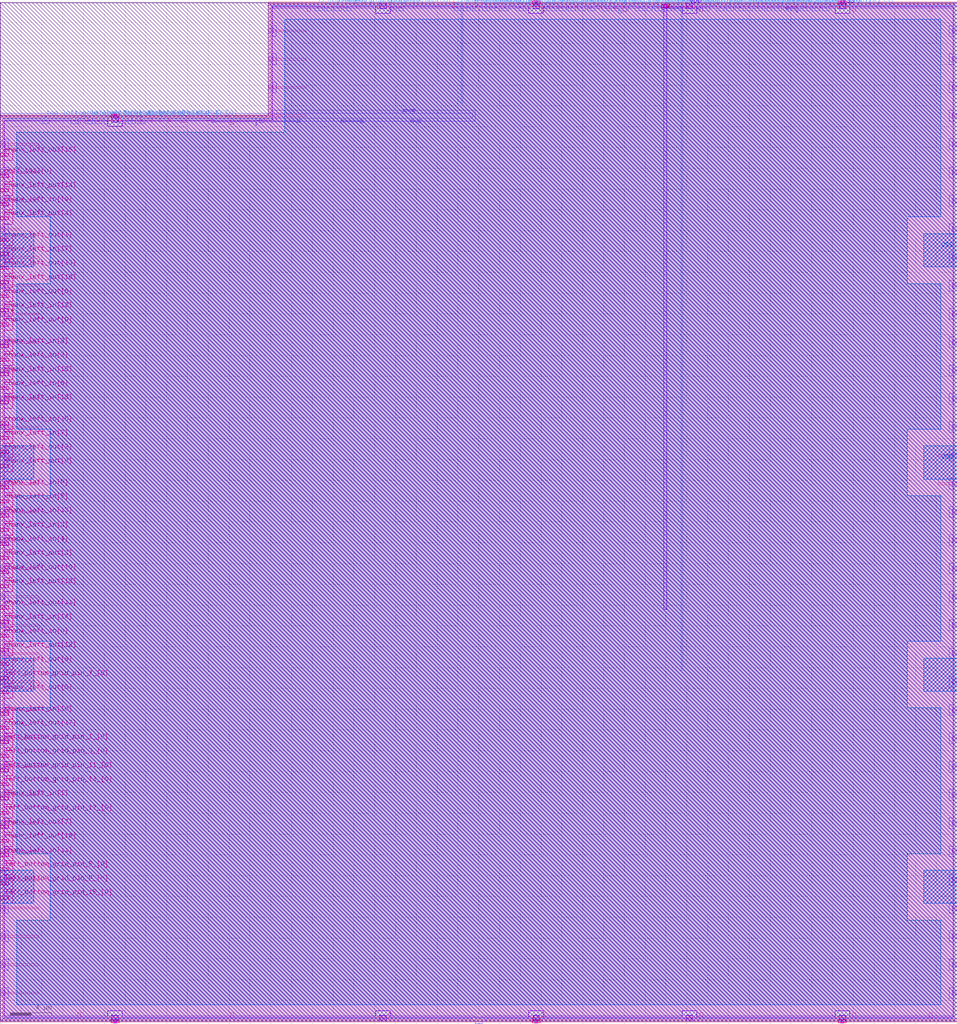
<source format=lef>
VERSION 5.7 ;
BUSBITCHARS "[]" ;

UNITS
  DATABASE MICRONS 1000 ;
END UNITS

MANUFACTURINGGRID 0.005 ;

LAYER li1
  TYPE ROUTING ;
  DIRECTION VERTICAL ;
  PITCH 0.46 ;
  WIDTH 0.17 ;
END li1

LAYER mcon
  TYPE CUT ;
END mcon

LAYER met1
  TYPE ROUTING ;
  DIRECTION HORIZONTAL ;
  PITCH 0.34 ;
  WIDTH 0.14 ;
END met1

LAYER via
  TYPE CUT ;
END via

LAYER met2
  TYPE ROUTING ;
  DIRECTION VERTICAL ;
  PITCH 0.46 ;
  WIDTH 0.14 ;
END met2

LAYER via2
  TYPE CUT ;
END via2

LAYER met3
  TYPE ROUTING ;
  DIRECTION HORIZONTAL ;
  PITCH 0.68 ;
  WIDTH 0.3 ;
END met3

LAYER via3
  TYPE CUT ;
END via3

LAYER met4
  TYPE ROUTING ;
  DIRECTION VERTICAL ;
  PITCH 0.92 ;
  WIDTH 0.3 ;
END met4

LAYER via4
  TYPE CUT ;
END via4

LAYER met5
  TYPE ROUTING ;
  DIRECTION HORIZONTAL ;
  PITCH 3.4 ;
  WIDTH 1.6 ;
END met5

LAYER nwell
  TYPE MASTERSLICE ;
END nwell

LAYER pwell
  TYPE MASTERSLICE ;
END pwell

LAYER OVERLAP
  TYPE OVERLAP ;
END OVERLAP

VIA L1M1_PR
  LAYER li1 ;
    RECT -0.085 -0.085 0.085 0.085 ;
  LAYER mcon ;
    RECT -0.085 -0.085 0.085 0.085 ;
  LAYER met1 ;
    RECT -0.145 -0.115 0.145 0.115 ;
END L1M1_PR

VIA L1M1_PR_R
  LAYER li1 ;
    RECT -0.085 -0.085 0.085 0.085 ;
  LAYER mcon ;
    RECT -0.085 -0.085 0.085 0.085 ;
  LAYER met1 ;
    RECT -0.115 -0.145 0.115 0.145 ;
END L1M1_PR_R

VIA L1M1_PR_M
  LAYER li1 ;
    RECT -0.085 -0.085 0.085 0.085 ;
  LAYER mcon ;
    RECT -0.085 -0.085 0.085 0.085 ;
  LAYER met1 ;
    RECT -0.115 -0.145 0.115 0.145 ;
END L1M1_PR_M

VIA L1M1_PR_MR
  LAYER li1 ;
    RECT -0.085 -0.085 0.085 0.085 ;
  LAYER mcon ;
    RECT -0.085 -0.085 0.085 0.085 ;
  LAYER met1 ;
    RECT -0.145 -0.115 0.145 0.115 ;
END L1M1_PR_MR

VIA L1M1_PR_C
  LAYER li1 ;
    RECT -0.085 -0.085 0.085 0.085 ;
  LAYER mcon ;
    RECT -0.085 -0.085 0.085 0.085 ;
  LAYER met1 ;
    RECT -0.145 -0.145 0.145 0.145 ;
END L1M1_PR_C

VIA M1M2_PR
  LAYER met1 ;
    RECT -0.16 -0.13 0.16 0.13 ;
  LAYER via ;
    RECT -0.075 -0.075 0.075 0.075 ;
  LAYER met2 ;
    RECT -0.13 -0.16 0.13 0.16 ;
END M1M2_PR

VIA M1M2_PR_Enc
  LAYER met1 ;
    RECT -0.16 -0.13 0.16 0.13 ;
  LAYER via ;
    RECT -0.075 -0.075 0.075 0.075 ;
  LAYER met2 ;
    RECT -0.16 -0.13 0.16 0.13 ;
END M1M2_PR_Enc

VIA M1M2_PR_R
  LAYER met1 ;
    RECT -0.13 -0.16 0.13 0.16 ;
  LAYER via ;
    RECT -0.075 -0.075 0.075 0.075 ;
  LAYER met2 ;
    RECT -0.16 -0.13 0.16 0.13 ;
END M1M2_PR_R

VIA M1M2_PR_R_Enc
  LAYER met1 ;
    RECT -0.13 -0.16 0.13 0.16 ;
  LAYER via ;
    RECT -0.075 -0.075 0.075 0.075 ;
  LAYER met2 ;
    RECT -0.13 -0.16 0.13 0.16 ;
END M1M2_PR_R_Enc

VIA M1M2_PR_M
  LAYER met1 ;
    RECT -0.16 -0.13 0.16 0.13 ;
  LAYER via ;
    RECT -0.075 -0.075 0.075 0.075 ;
  LAYER met2 ;
    RECT -0.16 -0.13 0.16 0.13 ;
END M1M2_PR_M

VIA M1M2_PR_M_Enc
  LAYER met1 ;
    RECT -0.16 -0.13 0.16 0.13 ;
  LAYER via ;
    RECT -0.075 -0.075 0.075 0.075 ;
  LAYER met2 ;
    RECT -0.13 -0.16 0.13 0.16 ;
END M1M2_PR_M_Enc

VIA M1M2_PR_MR
  LAYER met1 ;
    RECT -0.13 -0.16 0.13 0.16 ;
  LAYER via ;
    RECT -0.075 -0.075 0.075 0.075 ;
  LAYER met2 ;
    RECT -0.13 -0.16 0.13 0.16 ;
END M1M2_PR_MR

VIA M1M2_PR_MR_Enc
  LAYER met1 ;
    RECT -0.13 -0.16 0.13 0.16 ;
  LAYER via ;
    RECT -0.075 -0.075 0.075 0.075 ;
  LAYER met2 ;
    RECT -0.16 -0.13 0.16 0.13 ;
END M1M2_PR_MR_Enc

VIA M1M2_PR_C
  LAYER met1 ;
    RECT -0.16 -0.16 0.16 0.16 ;
  LAYER via ;
    RECT -0.075 -0.075 0.075 0.075 ;
  LAYER met2 ;
    RECT -0.16 -0.16 0.16 0.16 ;
END M1M2_PR_C

VIA M2M3_PR
  LAYER met2 ;
    RECT -0.14 -0.185 0.14 0.185 ;
  LAYER via2 ;
    RECT -0.1 -0.1 0.1 0.1 ;
  LAYER met3 ;
    RECT -0.165 -0.165 0.165 0.165 ;
END M2M3_PR

VIA M2M3_PR_R
  LAYER met2 ;
    RECT -0.185 -0.14 0.185 0.14 ;
  LAYER via2 ;
    RECT -0.1 -0.1 0.1 0.1 ;
  LAYER met3 ;
    RECT -0.165 -0.165 0.165 0.165 ;
END M2M3_PR_R

VIA M2M3_PR_M
  LAYER met2 ;
    RECT -0.14 -0.185 0.14 0.185 ;
  LAYER via2 ;
    RECT -0.1 -0.1 0.1 0.1 ;
  LAYER met3 ;
    RECT -0.165 -0.165 0.165 0.165 ;
END M2M3_PR_M

VIA M2M3_PR_MR
  LAYER met2 ;
    RECT -0.185 -0.14 0.185 0.14 ;
  LAYER via2 ;
    RECT -0.1 -0.1 0.1 0.1 ;
  LAYER met3 ;
    RECT -0.165 -0.165 0.165 0.165 ;
END M2M3_PR_MR

VIA M2M3_PR_C
  LAYER met2 ;
    RECT -0.185 -0.185 0.185 0.185 ;
  LAYER via2 ;
    RECT -0.1 -0.1 0.1 0.1 ;
  LAYER met3 ;
    RECT -0.165 -0.165 0.165 0.165 ;
END M2M3_PR_C

VIA M3M4_PR
  LAYER met3 ;
    RECT -0.19 -0.16 0.19 0.16 ;
  LAYER via3 ;
    RECT -0.1 -0.1 0.1 0.1 ;
  LAYER met4 ;
    RECT -0.165 -0.165 0.165 0.165 ;
END M3M4_PR

VIA M3M4_PR_R
  LAYER met3 ;
    RECT -0.16 -0.19 0.16 0.19 ;
  LAYER via3 ;
    RECT -0.1 -0.1 0.1 0.1 ;
  LAYER met4 ;
    RECT -0.165 -0.165 0.165 0.165 ;
END M3M4_PR_R

VIA M3M4_PR_M
  LAYER met3 ;
    RECT -0.19 -0.16 0.19 0.16 ;
  LAYER via3 ;
    RECT -0.1 -0.1 0.1 0.1 ;
  LAYER met4 ;
    RECT -0.165 -0.165 0.165 0.165 ;
END M3M4_PR_M

VIA M3M4_PR_MR
  LAYER met3 ;
    RECT -0.16 -0.19 0.16 0.19 ;
  LAYER via3 ;
    RECT -0.1 -0.1 0.1 0.1 ;
  LAYER met4 ;
    RECT -0.165 -0.165 0.165 0.165 ;
END M3M4_PR_MR

VIA M3M4_PR_C
  LAYER met3 ;
    RECT -0.19 -0.19 0.19 0.19 ;
  LAYER via3 ;
    RECT -0.1 -0.1 0.1 0.1 ;
  LAYER met4 ;
    RECT -0.165 -0.165 0.165 0.165 ;
END M3M4_PR_C

VIA M4M5_PR
  LAYER met4 ;
    RECT -0.59 -0.59 0.59 0.59 ;
  LAYER via4 ;
    RECT -0.4 -0.4 0.4 0.4 ;
  LAYER met5 ;
    RECT -0.71 -0.71 0.71 0.71 ;
END M4M5_PR

VIA M4M5_PR_R
  LAYER met4 ;
    RECT -0.59 -0.59 0.59 0.59 ;
  LAYER via4 ;
    RECT -0.4 -0.4 0.4 0.4 ;
  LAYER met5 ;
    RECT -0.71 -0.71 0.71 0.71 ;
END M4M5_PR_R

VIA M4M5_PR_M
  LAYER met4 ;
    RECT -0.59 -0.59 0.59 0.59 ;
  LAYER via4 ;
    RECT -0.4 -0.4 0.4 0.4 ;
  LAYER met5 ;
    RECT -0.71 -0.71 0.71 0.71 ;
END M4M5_PR_M

VIA M4M5_PR_MR
  LAYER met4 ;
    RECT -0.59 -0.59 0.59 0.59 ;
  LAYER via4 ;
    RECT -0.4 -0.4 0.4 0.4 ;
  LAYER met5 ;
    RECT -0.71 -0.71 0.71 0.71 ;
END M4M5_PR_MR

VIA M4M5_PR_C
  LAYER met4 ;
    RECT -0.59 -0.59 0.59 0.59 ;
  LAYER via4 ;
    RECT -0.4 -0.4 0.4 0.4 ;
  LAYER met5 ;
    RECT -0.71 -0.71 0.71 0.71 ;
END M4M5_PR_C

SITE unit
  CLASS CORE ;
  SYMMETRY Y ;
  SIZE 0.46 BY 2.72 ;
END unit

SITE unithddbl
  CLASS CORE ;
  SIZE 0.46 BY 5.44 ;
END unithddbl

MACRO sb_2__0_
  CLASS BLOCK ;
  ORIGIN 0 0 ;
  SIZE 92 BY 97.92 ;
  SYMMETRY X Y ;
  PIN chany_top_in[0]
    DIRECTION INPUT ;
    USE SIGNAL ;
    PORT
      LAYER met2 ;
        RECT 56.74 97.435 56.88 97.92 ;
    END
  END chany_top_in[0]
  PIN chany_top_in[1]
    DIRECTION INPUT ;
    USE SIGNAL ;
    PORT
      LAYER met2 ;
        RECT 59.04 97.435 59.18 97.92 ;
    END
  END chany_top_in[1]
  PIN chany_top_in[2]
    DIRECTION INPUT ;
    USE SIGNAL ;
    PORT
      LAYER met2 ;
        RECT 65.02 97.435 65.16 97.92 ;
    END
  END chany_top_in[2]
  PIN chany_top_in[3]
    DIRECTION INPUT ;
    USE SIGNAL ;
    PORT
      LAYER met2 ;
        RECT 70.08 97.435 70.22 97.92 ;
    END
  END chany_top_in[3]
  PIN chany_top_in[4]
    DIRECTION INPUT ;
    USE SIGNAL ;
    PORT
      LAYER met2 ;
        RECT 63.18 97.435 63.32 97.92 ;
    END
  END chany_top_in[4]
  PIN chany_top_in[5]
    DIRECTION INPUT ;
    USE SIGNAL ;
    PORT
      LAYER met2 ;
        RECT 67.78 97.435 67.92 97.92 ;
    END
  END chany_top_in[5]
  PIN chany_top_in[6]
    DIRECTION INPUT ;
    USE SIGNAL ;
    PORT
      LAYER met2 ;
        RECT 52.14 97.435 52.28 97.92 ;
    END
  END chany_top_in[6]
  PIN chany_top_in[7]
    DIRECTION INPUT ;
    USE SIGNAL ;
    PORT
      LAYER met2 ;
        RECT 53.06 97.435 53.2 97.92 ;
    END
  END chany_top_in[7]
  PIN chany_top_in[8]
    DIRECTION INPUT ;
    USE SIGNAL ;
    PORT
      LAYER met2 ;
        RECT 45.7 97.435 45.84 97.92 ;
    END
  END chany_top_in[8]
  PIN chany_top_in[9]
    DIRECTION INPUT ;
    USE SIGNAL ;
    PORT
      LAYER met2 ;
        RECT 65.94 97.435 66.08 97.92 ;
    END
  END chany_top_in[9]
  PIN chany_top_in[10]
    DIRECTION INPUT ;
    USE SIGNAL ;
    PORT
      LAYER met2 ;
        RECT 64.1 97.435 64.24 97.92 ;
    END
  END chany_top_in[10]
  PIN chany_top_in[11]
    DIRECTION INPUT ;
    USE SIGNAL ;
    PORT
      LAYER met2 ;
        RECT 74.68 97.435 74.82 97.92 ;
    END
  END chany_top_in[11]
  PIN chany_top_in[12]
    DIRECTION INPUT ;
    USE SIGNAL ;
    PORT
      LAYER met2 ;
        RECT 62.26 97.435 62.4 97.92 ;
    END
  END chany_top_in[12]
  PIN chany_top_in[13]
    DIRECTION INPUT ;
    USE SIGNAL ;
    PORT
      LAYER met2 ;
        RECT 72.84 97.435 72.98 97.92 ;
    END
  END chany_top_in[13]
  PIN chany_top_in[14]
    DIRECTION INPUT ;
    USE SIGNAL ;
    PORT
      LAYER met2 ;
        RECT 53.98 97.435 54.12 97.92 ;
    END
  END chany_top_in[14]
  PIN chany_top_in[15]
    DIRECTION INPUT ;
    USE SIGNAL ;
    PORT
      LAYER met2 ;
        RECT 58.12 97.435 58.26 97.92 ;
    END
  END chany_top_in[15]
  PIN chany_top_in[16]
    DIRECTION INPUT ;
    USE SIGNAL ;
    PORT
      LAYER met2 ;
        RECT 48.46 97.435 48.6 97.92 ;
    END
  END chany_top_in[16]
  PIN chany_top_in[17]
    DIRECTION INPUT ;
    USE SIGNAL ;
    PORT
      LAYER met2 ;
        RECT 73.76 97.435 73.9 97.92 ;
    END
  END chany_top_in[17]
  PIN chany_top_in[18]
    DIRECTION INPUT ;
    USE SIGNAL ;
    PORT
      LAYER met2 ;
        RECT 44.78 97.435 44.92 97.92 ;
    END
  END chany_top_in[18]
  PIN chany_top_in[19]
    DIRECTION INPUT ;
    USE SIGNAL ;
    PORT
      LAYER met2 ;
        RECT 69.16 97.435 69.3 97.92 ;
    END
  END chany_top_in[19]
  PIN top_left_grid_pin_42_[0]
    DIRECTION INPUT ;
    USE SIGNAL ;
    PORT
      LAYER met2 ;
        RECT 13.5 86.555 13.64 87.04 ;
    END
  END top_left_grid_pin_42_[0]
  PIN top_left_grid_pin_43_[0]
    DIRECTION INPUT ;
    USE SIGNAL ;
    PORT
      LAYER met2 ;
        RECT 11.66 86.555 11.8 87.04 ;
    END
  END top_left_grid_pin_43_[0]
  PIN top_left_grid_pin_44_[0]
    DIRECTION INPUT ;
    USE SIGNAL ;
    PORT
      LAYER met2 ;
        RECT 8.44 86.555 8.58 87.04 ;
    END
  END top_left_grid_pin_44_[0]
  PIN top_left_grid_pin_45_[0]
    DIRECTION INPUT ;
    USE SIGNAL ;
    PORT
      LAYER met2 ;
        RECT 12.58 86.555 12.72 87.04 ;
    END
  END top_left_grid_pin_45_[0]
  PIN top_left_grid_pin_46_[0]
    DIRECTION INPUT ;
    USE SIGNAL ;
    PORT
      LAYER met2 ;
        RECT 10.28 86.555 10.42 87.04 ;
    END
  END top_left_grid_pin_46_[0]
  PIN top_left_grid_pin_47_[0]
    DIRECTION INPUT ;
    USE SIGNAL ;
    PORT
      LAYER met2 ;
        RECT 4.3 86.555 4.44 87.04 ;
    END
  END top_left_grid_pin_47_[0]
  PIN top_left_grid_pin_48_[0]
    DIRECTION INPUT ;
    USE SIGNAL ;
    PORT
      LAYER met2 ;
        RECT 9.36 86.555 9.5 87.04 ;
    END
  END top_left_grid_pin_48_[0]
  PIN top_left_grid_pin_49_[0]
    DIRECTION INPUT ;
    USE SIGNAL ;
    PORT
      LAYER met2 ;
        RECT 7.06 86.555 7.2 87.04 ;
    END
  END top_left_grid_pin_49_[0]
  PIN top_right_grid_pin_1_[0]
    DIRECTION INPUT ;
    USE SIGNAL ;
    PORT
      LAYER met2 ;
        RECT 31.44 97.435 31.58 97.92 ;
    END
  END top_right_grid_pin_1_[0]
  PIN chanx_left_in[0]
    DIRECTION INPUT ;
    USE SIGNAL ;
    PORT
      LAYER met3 ;
        RECT 0 36.91 0.8 37.21 ;
    END
  END chanx_left_in[0]
  PIN chanx_left_in[1]
    DIRECTION INPUT ;
    USE SIGNAL ;
    PORT
      LAYER met3 ;
        RECT 0 21.27 0.8 21.57 ;
    END
  END chanx_left_in[1]
  PIN chanx_left_in[2]
    DIRECTION INPUT ;
    USE SIGNAL ;
    PORT
      LAYER met3 ;
        RECT 0 63.43 0.8 63.73 ;
    END
  END chanx_left_in[2]
  PIN chanx_left_in[3]
    DIRECTION INPUT ;
    USE SIGNAL ;
    PORT
      LAYER met3 ;
        RECT 0 47.11 0.8 47.41 ;
    END
  END chanx_left_in[3]
  PIN chanx_left_in[4]
    DIRECTION INPUT ;
    USE SIGNAL ;
    PORT
      LAYER met3 ;
        RECT 0 45.75 0.8 46.05 ;
    END
  END chanx_left_in[4]
  PIN chanx_left_in[5]
    DIRECTION INPUT ;
    USE SIGNAL ;
    PORT
      LAYER met3 ;
        RECT 0 49.83 0.8 50.13 ;
    END
  END chanx_left_in[5]
  PIN chanx_left_in[6]
    DIRECTION INPUT ;
    USE SIGNAL ;
    PORT
      LAYER met3 ;
        RECT 0 60.71 0.8 61.01 ;
    END
  END chanx_left_in[6]
  PIN chanx_left_in[7]
    DIRECTION INPUT ;
    USE SIGNAL ;
    PORT
      LAYER met3 ;
        RECT 0 55.95 0.8 56.25 ;
    END
  END chanx_left_in[7]
  PIN chanx_left_in[8]
    DIRECTION INPUT ;
    USE SIGNAL ;
    PORT
      LAYER met3 ;
        RECT 0 64.79 0.8 65.09 ;
    END
  END chanx_left_in[8]
  PIN chanx_left_in[9]
    DIRECTION INPUT ;
    USE SIGNAL ;
    PORT
      LAYER met3 ;
        RECT 0 51.19 0.8 51.49 ;
    END
  END chanx_left_in[9]
  PIN chanx_left_in[10]
    DIRECTION INPUT ;
    USE SIGNAL ;
    PORT
      LAYER met3 ;
        RECT 0 29.43 0.8 29.73 ;
    END
  END chanx_left_in[10]
  PIN chanx_left_in[11]
    DIRECTION INPUT ;
    USE SIGNAL ;
    PORT
      LAYER met3 ;
        RECT 0 15.83 0.8 16.13 ;
    END
  END chanx_left_in[11]
  PIN chanx_left_in[12]
    DIRECTION INPUT ;
    USE SIGNAL ;
    PORT
      LAYER met3 ;
        RECT 0 68.19 0.8 68.49 ;
    END
  END chanx_left_in[12]
  PIN chanx_left_in[13]
    DIRECTION INPUT ;
    USE SIGNAL ;
    PORT
      LAYER met3 ;
        RECT 0 48.47 0.8 48.77 ;
    END
  END chanx_left_in[13]
  PIN chanx_left_in[14]
    DIRECTION INPUT ;
    USE SIGNAL ;
    PORT
      LAYER met3 ;
        RECT 0 38.27 0.8 38.57 ;
    END
  END chanx_left_in[14]
  PIN chanx_left_in[15]
    DIRECTION INPUT ;
    USE SIGNAL ;
    PORT
      LAYER met3 ;
        RECT 0 57.31 0.8 57.61 ;
    END
  END chanx_left_in[15]
  PIN chanx_left_in[16]
    DIRECTION INPUT ;
    USE SIGNAL ;
    PORT
      LAYER met3 ;
        RECT 0 62.07 0.8 62.37 ;
    END
  END chanx_left_in[16]
  PIN chanx_left_in[17]
    DIRECTION INPUT ;
    USE SIGNAL ;
    PORT
      LAYER met3 ;
        RECT 0 73.63 0.8 73.93 ;
    END
  END chanx_left_in[17]
  PIN chanx_left_in[18]
    DIRECTION INPUT ;
    USE SIGNAL ;
    PORT
      LAYER met3 ;
        RECT 0 59.35 0.8 59.65 ;
    END
  END chanx_left_in[18]
  PIN chanx_left_in[19]
    DIRECTION INPUT ;
    USE SIGNAL ;
    PORT
      LAYER met3 ;
        RECT 0 78.39 0.8 78.69 ;
    END
  END chanx_left_in[19]
  PIN left_bottom_grid_pin_1_[0]
    DIRECTION INPUT ;
    USE SIGNAL ;
    PORT
      LAYER met3 ;
        RECT 0 26.71 0.8 27.01 ;
    END
  END left_bottom_grid_pin_1_[0]
  PIN left_bottom_grid_pin_3_[0]
    DIRECTION INPUT ;
    USE SIGNAL ;
    PORT
      LAYER met3 ;
        RECT 0 25.35 0.8 25.65 ;
    END
  END left_bottom_grid_pin_3_[0]
  PIN left_bottom_grid_pin_5_[0]
    DIRECTION INPUT ;
    USE SIGNAL ;
    PORT
      LAYER met3 ;
        RECT 0 14.47 0.8 14.77 ;
    END
  END left_bottom_grid_pin_5_[0]
  PIN left_bottom_grid_pin_7_[0]
    DIRECTION INPUT ;
    USE SIGNAL ;
    PORT
      LAYER met3 ;
        RECT 0 32.83 0.8 33.13 ;
    END
  END left_bottom_grid_pin_7_[0]
  PIN left_bottom_grid_pin_9_[0]
    DIRECTION INPUT ;
    USE SIGNAL ;
    PORT
      LAYER met3 ;
        RECT 0 13.11 0.8 13.41 ;
    END
  END left_bottom_grid_pin_9_[0]
  PIN left_bottom_grid_pin_11_[0]
    DIRECTION INPUT ;
    USE SIGNAL ;
    PORT
      LAYER met3 ;
        RECT 0 23.99 0.8 24.29 ;
    END
  END left_bottom_grid_pin_11_[0]
  PIN left_bottom_grid_pin_13_[0]
    DIRECTION INPUT ;
    USE SIGNAL ;
    PORT
      LAYER met3 ;
        RECT 0 22.63 0.8 22.93 ;
    END
  END left_bottom_grid_pin_13_[0]
  PIN left_bottom_grid_pin_15_[0]
    DIRECTION INPUT ;
    USE SIGNAL ;
    PORT
      LAYER met3 ;
        RECT 0 11.75 0.8 12.05 ;
    END
  END left_bottom_grid_pin_15_[0]
  PIN left_bottom_grid_pin_17_[0]
    DIRECTION INPUT ;
    USE SIGNAL ;
    PORT
      LAYER met3 ;
        RECT 0 19.91 0.8 20.21 ;
    END
  END left_bottom_grid_pin_17_[0]
  PIN ccff_head[0]
    DIRECTION INPUT ;
    USE SIGNAL ;
    PORT
      LAYER met2 ;
        RECT 30.52 97.435 30.66 97.92 ;
    END
  END ccff_head[0]
  PIN chany_top_out[0]
    DIRECTION OUTPUT ;
    USE SIGNAL ;
    PORT
      LAYER met2 ;
        RECT 76.52 97.435 76.66 97.92 ;
    END
  END chany_top_out[0]
  PIN chany_top_out[1]
    DIRECTION OUTPUT ;
    USE SIGNAL ;
    PORT
      LAYER met2 ;
        RECT 43.86 97.435 44 97.92 ;
    END
  END chany_top_out[1]
  PIN chany_top_out[2]
    DIRECTION OUTPUT ;
    USE SIGNAL ;
    PORT
      LAYER met2 ;
        RECT 75.6 97.435 75.74 97.92 ;
    END
  END chany_top_out[2]
  PIN chany_top_out[3]
    DIRECTION OUTPUT ;
    USE SIGNAL ;
    PORT
      LAYER met2 ;
        RECT 77.44 97.435 77.58 97.92 ;
    END
  END chany_top_out[3]
  PIN chany_top_out[4]
    DIRECTION OUTPUT ;
    USE SIGNAL ;
    PORT
      LAYER met2 ;
        RECT 59.96 97.435 60.1 97.92 ;
    END
  END chany_top_out[4]
  PIN chany_top_out[5]
    DIRECTION OUTPUT ;
    USE SIGNAL ;
    PORT
      LAYER met2 ;
        RECT 46.62 97.435 46.76 97.92 ;
    END
  END chany_top_out[5]
  PIN chany_top_out[6]
    DIRECTION OUTPUT ;
    USE SIGNAL ;
    PORT
      LAYER met2 ;
        RECT 54.9 97.435 55.04 97.92 ;
    END
  END chany_top_out[6]
  PIN chany_top_out[7]
    DIRECTION OUTPUT ;
    USE SIGNAL ;
    PORT
      LAYER met2 ;
        RECT 78.36 97.435 78.5 97.92 ;
    END
  END chany_top_out[7]
  PIN chany_top_out[8]
    DIRECTION OUTPUT ;
    USE SIGNAL ;
    PORT
      LAYER met2 ;
        RECT 66.86 97.435 67 97.92 ;
    END
  END chany_top_out[8]
  PIN chany_top_out[9]
    DIRECTION OUTPUT ;
    USE SIGNAL ;
    PORT
      LAYER met2 ;
        RECT 55.82 97.435 55.96 97.92 ;
    END
  END chany_top_out[9]
  PIN chany_top_out[10]
    DIRECTION OUTPUT ;
    USE SIGNAL ;
    PORT
      LAYER met2 ;
        RECT 47.54 97.435 47.68 97.92 ;
    END
  END chany_top_out[10]
  PIN chany_top_out[11]
    DIRECTION OUTPUT ;
    USE SIGNAL ;
    PORT
      LAYER met2 ;
        RECT 61.34 97.435 61.48 97.92 ;
    END
  END chany_top_out[11]
  PIN chany_top_out[12]
    DIRECTION OUTPUT ;
    USE SIGNAL ;
    PORT
      LAYER met2 ;
        RECT 38.34 97.435 38.48 97.92 ;
    END
  END chany_top_out[12]
  PIN chany_top_out[13]
    DIRECTION OUTPUT ;
    USE SIGNAL ;
    PORT
      LAYER met2 ;
        RECT 79.28 97.435 79.42 97.92 ;
    END
  END chany_top_out[13]
  PIN chany_top_out[14]
    DIRECTION OUTPUT ;
    USE SIGNAL ;
    PORT
      LAYER met2 ;
        RECT 50.76 97.435 50.9 97.92 ;
    END
  END chany_top_out[14]
  PIN chany_top_out[15]
    DIRECTION OUTPUT ;
    USE SIGNAL ;
    PORT
      LAYER met2 ;
        RECT 49.84 97.435 49.98 97.92 ;
    END
  END chany_top_out[15]
  PIN chany_top_out[16]
    DIRECTION OUTPUT ;
    USE SIGNAL ;
    PORT
      LAYER met2 ;
        RECT 32.36 97.435 32.5 97.92 ;
    END
  END chany_top_out[16]
  PIN chany_top_out[17]
    DIRECTION OUTPUT ;
    USE SIGNAL ;
    PORT
      LAYER met2 ;
        RECT 71.92 97.435 72.06 97.92 ;
    END
  END chany_top_out[17]
  PIN chany_top_out[18]
    DIRECTION OUTPUT ;
    USE SIGNAL ;
    PORT
      LAYER met2 ;
        RECT 33.28 97.435 33.42 97.92 ;
    END
  END chany_top_out[18]
  PIN chany_top_out[19]
    DIRECTION OUTPUT ;
    USE SIGNAL ;
    PORT
      LAYER met2 ;
        RECT 71 97.435 71.14 97.92 ;
    END
  END chany_top_out[19]
  PIN chanx_left_out[0]
    DIRECTION OUTPUT ;
    USE SIGNAL ;
    PORT
      LAYER met3 ;
        RECT 0 53.23 0.8 53.53 ;
    END
  END chanx_left_out[0]
  PIN chanx_left_out[1]
    DIRECTION OUTPUT ;
    USE SIGNAL ;
    PORT
      LAYER met3 ;
        RECT 0 74.99 0.8 75.29 ;
    END
  END chanx_left_out[1]
  PIN chanx_left_out[2]
    DIRECTION OUTPUT ;
    USE SIGNAL ;
    PORT
      LAYER met3 ;
        RECT 0 54.59 0.8 54.89 ;
    END
  END chanx_left_out[2]
  PIN chanx_left_out[3]
    DIRECTION OUTPUT ;
    USE SIGNAL ;
    PORT
      LAYER met3 ;
        RECT 0 44.39 0.8 44.69 ;
    END
  END chanx_left_out[3]
  PIN chanx_left_out[4]
    DIRECTION OUTPUT ;
    USE SIGNAL ;
    PORT
      LAYER met3 ;
        RECT 0 77.03 0.8 77.33 ;
    END
  END chanx_left_out[4]
  PIN chanx_left_out[5]
    DIRECTION OUTPUT ;
    USE SIGNAL ;
    PORT
      LAYER met3 ;
        RECT 0 31.47 0.8 31.77 ;
    END
  END chanx_left_out[5]
  PIN chanx_left_out[6]
    DIRECTION OUTPUT ;
    USE SIGNAL ;
    PORT
      LAYER met3 ;
        RECT 0 69.55 0.8 69.85 ;
    END
  END chanx_left_out[6]
  PIN chanx_left_out[7]
    DIRECTION OUTPUT ;
    USE SIGNAL ;
    PORT
      LAYER met3 ;
        RECT 0 18.55 0.8 18.85 ;
    END
  END chanx_left_out[7]
  PIN chanx_left_out[8]
    DIRECTION OUTPUT ;
    USE SIGNAL ;
    PORT
      LAYER met3 ;
        RECT 0 34.19 0.8 34.49 ;
    END
  END chanx_left_out[8]
  PIN chanx_left_out[9]
    DIRECTION OUTPUT ;
    USE SIGNAL ;
    PORT
      LAYER met3 ;
        RECT 0 66.83 0.8 67.13 ;
    END
  END chanx_left_out[9]
  PIN chanx_left_out[10]
    DIRECTION OUTPUT ;
    USE SIGNAL ;
    PORT
      LAYER met3 ;
        RECT 0 43.03 0.8 43.33 ;
    END
  END chanx_left_out[10]
  PIN chanx_left_out[11]
    DIRECTION OUTPUT ;
    USE SIGNAL ;
    PORT
      LAYER met3 ;
        RECT 0 39.63 0.8 39.93 ;
    END
  END chanx_left_out[11]
  PIN chanx_left_out[12]
    DIRECTION OUTPUT ;
    USE SIGNAL ;
    PORT
      LAYER met3 ;
        RECT 0 35.55 0.8 35.85 ;
    END
  END chanx_left_out[12]
  PIN chanx_left_out[13]
    DIRECTION OUTPUT ;
    USE SIGNAL ;
    PORT
      LAYER met3 ;
        RECT 0 72.27 0.8 72.57 ;
    END
  END chanx_left_out[13]
  PIN chanx_left_out[14]
    DIRECTION OUTPUT ;
    USE SIGNAL ;
    PORT
      LAYER met3 ;
        RECT 0 79.75 0.8 80.05 ;
    END
  END chanx_left_out[14]
  PIN chanx_left_out[15]
    DIRECTION OUTPUT ;
    USE SIGNAL ;
    PORT
      LAYER met3 ;
        RECT 0 83.15 0.8 83.45 ;
    END
  END chanx_left_out[15]
  PIN chanx_left_out[16]
    DIRECTION OUTPUT ;
    USE SIGNAL ;
    PORT
      LAYER met3 ;
        RECT 0 17.19 0.8 17.49 ;
    END
  END chanx_left_out[16]
  PIN chanx_left_out[17]
    DIRECTION OUTPUT ;
    USE SIGNAL ;
    PORT
      LAYER met3 ;
        RECT 0 28.07 0.8 28.37 ;
    END
  END chanx_left_out[17]
  PIN chanx_left_out[18]
    DIRECTION OUTPUT ;
    USE SIGNAL ;
    PORT
      LAYER met3 ;
        RECT 0 41.67 0.8 41.97 ;
    END
  END chanx_left_out[18]
  PIN chanx_left_out[19]
    DIRECTION OUTPUT ;
    USE SIGNAL ;
    PORT
      LAYER met3 ;
        RECT 0 70.91 0.8 71.21 ;
    END
  END chanx_left_out[19]
  PIN ccff_tail[0]
    DIRECTION OUTPUT ;
    USE SIGNAL ;
    PORT
      LAYER met3 ;
        RECT 0 81.11 0.8 81.41 ;
    END
  END ccff_tail[0]
  PIN prog_clk_0_N_in
    DIRECTION INPUT ;
    USE CLOCK ;
    PORT
      LAYER met2 ;
        RECT 37.42 97.435 37.56 97.92 ;
    END
  END prog_clk_0_N_in
  PIN VDD
    DIRECTION INPUT ;
    USE POWER ;
    PORT
      LAYER met5 ;
        RECT 0 11.32 3.2 14.52 ;
        RECT 88.8 11.32 92 14.52 ;
        RECT 0 52.12 3.2 55.32 ;
        RECT 88.8 52.12 92 55.32 ;
      LAYER met4 ;
        RECT 36.5 0 37.1 0.6 ;
        RECT 65.94 0 66.54 0.6 ;
        RECT 36.5 97.32 37.1 97.92 ;
        RECT 65.94 97.32 66.54 97.92 ;
      LAYER met1 ;
        RECT 0 2.48 0.48 2.96 ;
        RECT 91.52 2.48 92 2.96 ;
        RECT 0 7.92 0.48 8.4 ;
        RECT 91.52 7.92 92 8.4 ;
        RECT 0 13.36 0.48 13.84 ;
        RECT 91.52 13.36 92 13.84 ;
        RECT 0 18.8 0.48 19.28 ;
        RECT 91.52 18.8 92 19.28 ;
        RECT 0 24.24 0.48 24.72 ;
        RECT 91.52 24.24 92 24.72 ;
        RECT 0 29.68 0.48 30.16 ;
        RECT 91.52 29.68 92 30.16 ;
        RECT 0 35.12 0.48 35.6 ;
        RECT 91.52 35.12 92 35.6 ;
        RECT 0 40.56 0.48 41.04 ;
        RECT 91.52 40.56 92 41.04 ;
        RECT 0 46 0.48 46.48 ;
        RECT 91.52 46 92 46.48 ;
        RECT 0 51.44 0.48 51.92 ;
        RECT 91.52 51.44 92 51.92 ;
        RECT 0 56.88 0.48 57.36 ;
        RECT 91.52 56.88 92 57.36 ;
        RECT 0 62.32 0.48 62.8 ;
        RECT 91.52 62.32 92 62.8 ;
        RECT 0 67.76 0.48 68.24 ;
        RECT 91.52 67.76 92 68.24 ;
        RECT 0 73.2 0.48 73.68 ;
        RECT 91.52 73.2 92 73.68 ;
        RECT 0 78.64 0.48 79.12 ;
        RECT 91.52 78.64 92 79.12 ;
        RECT 0 84.08 0.48 84.56 ;
        RECT 91.52 84.08 92 84.56 ;
        RECT 25.76 89.52 26.24 90 ;
        RECT 91.52 89.52 92 90 ;
        RECT 25.76 94.96 26.24 95.44 ;
        RECT 91.52 94.96 92 95.44 ;
    END
  END VDD
  PIN VSS
    DIRECTION INPUT ;
    USE GROUND ;
    PORT
      LAYER met4 ;
        RECT 10.74 0 11.34 0.6 ;
        RECT 51.22 0 51.82 0.6 ;
        RECT 80.66 0 81.26 0.6 ;
        RECT 10.74 86.44 11.34 87.04 ;
        RECT 51.22 97.32 51.82 97.92 ;
        RECT 80.66 97.32 81.26 97.92 ;
      LAYER met5 ;
        RECT 0 31.72 3.2 34.92 ;
        RECT 88.8 31.72 92 34.92 ;
        RECT 0 72.52 3.2 75.72 ;
        RECT 88.8 72.52 92 75.72 ;
      LAYER met1 ;
        RECT 0 0 45.4 0.24 ;
        RECT 46.6 0 92 0.24 ;
        RECT 0 5.2 0.48 5.68 ;
        RECT 91.52 5.2 92 5.68 ;
        RECT 0 10.64 0.48 11.12 ;
        RECT 91.52 10.64 92 11.12 ;
        RECT 0 16.08 0.48 16.56 ;
        RECT 91.52 16.08 92 16.56 ;
        RECT 0 21.52 0.48 22 ;
        RECT 91.52 21.52 92 22 ;
        RECT 0 26.96 0.48 27.44 ;
        RECT 91.52 26.96 92 27.44 ;
        RECT 0 32.4 0.48 32.88 ;
        RECT 91.52 32.4 92 32.88 ;
        RECT 0 37.84 0.48 38.32 ;
        RECT 91.52 37.84 92 38.32 ;
        RECT 0 43.28 0.48 43.76 ;
        RECT 91.52 43.28 92 43.76 ;
        RECT 0 48.72 0.48 49.2 ;
        RECT 91.52 48.72 92 49.2 ;
        RECT 0 54.16 0.48 54.64 ;
        RECT 91.52 54.16 92 54.64 ;
        RECT 0 59.6 0.48 60.08 ;
        RECT 91.52 59.6 92 60.08 ;
        RECT 0 65.04 0.48 65.52 ;
        RECT 91.52 65.04 92 65.52 ;
        RECT 0 70.48 0.48 70.96 ;
        RECT 91.52 70.48 92 70.96 ;
        RECT 0 75.92 0.48 76.4 ;
        RECT 91.52 75.92 92 76.4 ;
        RECT 0 81.36 0.48 81.84 ;
        RECT 91.52 81.36 92 81.84 ;
        RECT 0 86.8 45.4 87.28 ;
        RECT 91.52 86.8 92 87.28 ;
        RECT 25.76 92.24 26.24 92.72 ;
        RECT 91.52 92.24 92 92.72 ;
        RECT 25.76 97.68 45.4 97.92 ;
        RECT 46.6 97.68 92 97.92 ;
    END
  END VSS
  OBS
    LAYER met2 ;
      RECT 80.82 97.735 81.1 98.105 ;
      RECT 51.38 97.735 51.66 98.105 ;
      POLYGON 65.66 97.82 65.66 97.68 65.62 97.68 65.62 33.76 65.48 33.76 65.48 97.82 ;
      POLYGON 44.46 97.82 44.46 88.16 44.32 88.16 44.32 97.68 44.28 97.68 44.28 97.82 ;
      RECT 59.44 96.91 59.7 97.23 ;
      RECT 10.9 86.855 11.18 87.225 ;
      RECT 80.82 -0.185 81.1 0.185 ;
      RECT 51.38 -0.185 51.66 0.185 ;
      RECT 10.9 -0.185 11.18 0.185 ;
      POLYGON 91.72 97.64 91.72 0.28 0.28 0.28 0.28 86.76 4.02 86.76 4.02 86.275 4.72 86.275 4.72 86.76 6.78 86.76 6.78 86.275 7.48 86.275 7.48 86.76 8.16 86.76 8.16 86.275 8.86 86.275 8.86 86.76 9.08 86.76 9.08 86.275 9.78 86.275 9.78 86.76 10 86.76 10 86.275 10.7 86.275 10.7 86.76 11.38 86.76 11.38 86.275 12.08 86.275 12.08 86.76 12.3 86.76 12.3 86.275 13 86.275 13 86.76 13.22 86.76 13.22 86.275 13.92 86.275 13.92 86.76 26.04 86.76 26.04 97.64 30.24 97.64 30.24 97.155 30.94 97.155 30.94 97.64 31.16 97.64 31.16 97.155 31.86 97.155 31.86 97.64 32.08 97.64 32.08 97.155 32.78 97.155 32.78 97.64 33 97.64 33 97.155 33.7 97.155 33.7 97.64 37.14 97.64 37.14 97.155 37.84 97.155 37.84 97.64 38.06 97.64 38.06 97.155 38.76 97.155 38.76 97.64 43.58 97.64 43.58 97.155 44.28 97.155 44.28 97.64 44.5 97.64 44.5 97.155 45.2 97.155 45.2 97.64 45.42 97.64 45.42 97.155 46.12 97.155 46.12 97.64 46.34 97.64 46.34 97.155 47.04 97.155 47.04 97.64 47.26 97.64 47.26 97.155 47.96 97.155 47.96 97.64 48.18 97.64 48.18 97.155 48.88 97.155 48.88 97.64 49.56 97.64 49.56 97.155 50.26 97.155 50.26 97.64 50.48 97.64 50.48 97.155 51.18 97.155 51.18 97.64 51.86 97.64 51.86 97.155 52.56 97.155 52.56 97.64 52.78 97.64 52.78 97.155 53.48 97.155 53.48 97.64 53.7 97.64 53.7 97.155 54.4 97.155 54.4 97.64 54.62 97.64 54.62 97.155 55.32 97.155 55.32 97.64 55.54 97.64 55.54 97.155 56.24 97.155 56.24 97.64 56.46 97.64 56.46 97.155 57.16 97.155 57.16 97.64 57.84 97.64 57.84 97.155 58.54 97.155 58.54 97.64 58.76 97.64 58.76 97.155 59.46 97.155 59.46 97.64 59.68 97.64 59.68 97.155 60.38 97.155 60.38 97.64 61.06 97.64 61.06 97.155 61.76 97.155 61.76 97.64 61.98 97.64 61.98 97.155 62.68 97.155 62.68 97.64 62.9 97.64 62.9 97.155 63.6 97.155 63.6 97.64 63.82 97.64 63.82 97.155 64.52 97.155 64.52 97.64 64.74 97.64 64.74 97.155 65.44 97.155 65.44 97.64 65.66 97.64 65.66 97.155 66.36 97.155 66.36 97.64 66.58 97.64 66.58 97.155 67.28 97.155 67.28 97.64 67.5 97.64 67.5 97.155 68.2 97.155 68.2 97.64 68.88 97.64 68.88 97.155 69.58 97.155 69.58 97.64 69.8 97.64 69.8 97.155 70.5 97.155 70.5 97.64 70.72 97.64 70.72 97.155 71.42 97.155 71.42 97.64 71.64 97.64 71.64 97.155 72.34 97.155 72.34 97.64 72.56 97.64 72.56 97.155 73.26 97.155 73.26 97.64 73.48 97.64 73.48 97.155 74.18 97.155 74.18 97.64 74.4 97.64 74.4 97.155 75.1 97.155 75.1 97.64 75.32 97.64 75.32 97.155 76.02 97.155 76.02 97.64 76.24 97.64 76.24 97.155 76.94 97.155 76.94 97.64 77.16 97.64 77.16 97.155 77.86 97.155 77.86 97.64 78.08 97.64 78.08 97.155 78.78 97.155 78.78 97.64 79 97.64 79 97.155 79.7 97.155 79.7 97.64 ;
    LAYER met3 ;
      POLYGON 81.125 98.085 81.125 98.08 81.34 98.08 81.34 97.76 81.125 97.76 81.125 97.755 80.795 97.755 80.795 97.76 80.58 97.76 80.58 98.08 80.795 98.08 80.795 98.085 ;
      POLYGON 51.685 98.085 51.685 98.08 51.9 98.08 51.9 97.76 51.685 97.76 51.685 97.755 51.355 97.755 51.355 97.76 51.14 97.76 51.14 98.08 51.355 98.08 51.355 98.085 ;
      POLYGON 64.335 97.745 64.335 97.415 64.005 97.415 64.005 97.42 63.595 97.42 63.595 97.74 64.005 97.74 64.005 97.745 ;
      POLYGON 11.205 87.205 11.205 87.2 11.42 87.2 11.42 86.88 11.205 86.88 11.205 86.875 10.875 86.875 10.875 86.88 10.66 86.88 10.66 87.2 10.875 87.2 10.875 87.205 ;
      POLYGON 81.125 0.165 81.125 0.16 81.34 0.16 81.34 -0.16 81.125 -0.16 81.125 -0.165 80.795 -0.165 80.795 -0.16 80.58 -0.16 80.58 0.16 80.795 0.16 80.795 0.165 ;
      POLYGON 51.685 0.165 51.685 0.16 51.9 0.16 51.9 -0.16 51.685 -0.16 51.685 -0.165 51.355 -0.165 51.355 -0.16 51.14 -0.16 51.14 0.16 51.355 0.16 51.355 0.165 ;
      POLYGON 11.205 0.165 11.205 0.16 11.42 0.16 11.42 -0.16 11.205 -0.16 11.205 -0.165 10.875 -0.165 10.875 -0.16 10.66 -0.16 10.66 0.16 10.875 0.16 10.875 0.165 ;
      POLYGON 91.6 97.52 91.6 0.4 0.4 0.4 0.4 11.35 1.2 11.35 1.2 12.45 0.4 12.45 0.4 12.71 1.2 12.71 1.2 13.81 0.4 13.81 0.4 14.07 1.2 14.07 1.2 15.17 0.4 15.17 0.4 15.43 1.2 15.43 1.2 16.53 0.4 16.53 0.4 16.79 1.2 16.79 1.2 17.89 0.4 17.89 0.4 18.15 1.2 18.15 1.2 19.25 0.4 19.25 0.4 19.51 1.2 19.51 1.2 20.61 0.4 20.61 0.4 20.87 1.2 20.87 1.2 21.97 0.4 21.97 0.4 22.23 1.2 22.23 1.2 23.33 0.4 23.33 0.4 23.59 1.2 23.59 1.2 24.69 0.4 24.69 0.4 24.95 1.2 24.95 1.2 26.05 0.4 26.05 0.4 26.31 1.2 26.31 1.2 27.41 0.4 27.41 0.4 27.67 1.2 27.67 1.2 28.77 0.4 28.77 0.4 29.03 1.2 29.03 1.2 30.13 0.4 30.13 0.4 31.07 1.2 31.07 1.2 32.17 0.4 32.17 0.4 32.43 1.2 32.43 1.2 33.53 0.4 33.53 0.4 33.79 1.2 33.79 1.2 34.89 0.4 34.89 0.4 35.15 1.2 35.15 1.2 36.25 0.4 36.25 0.4 36.51 1.2 36.51 1.2 37.61 0.4 37.61 0.4 37.87 1.2 37.87 1.2 38.97 0.4 38.97 0.4 39.23 1.2 39.23 1.2 40.33 0.4 40.33 0.4 41.27 1.2 41.27 1.2 42.37 0.4 42.37 0.4 42.63 1.2 42.63 1.2 43.73 0.4 43.73 0.4 43.99 1.2 43.99 1.2 45.09 0.4 45.09 0.4 45.35 1.2 45.35 1.2 46.45 0.4 46.45 0.4 46.71 1.2 46.71 1.2 47.81 0.4 47.81 0.4 48.07 1.2 48.07 1.2 49.17 0.4 49.17 0.4 49.43 1.2 49.43 1.2 50.53 0.4 50.53 0.4 50.79 1.2 50.79 1.2 51.89 0.4 51.89 0.4 52.83 1.2 52.83 1.2 53.93 0.4 53.93 0.4 54.19 1.2 54.19 1.2 55.29 0.4 55.29 0.4 55.55 1.2 55.55 1.2 56.65 0.4 56.65 0.4 56.91 1.2 56.91 1.2 58.01 0.4 58.01 0.4 58.95 1.2 58.95 1.2 60.05 0.4 60.05 0.4 60.31 1.2 60.31 1.2 61.41 0.4 61.41 0.4 61.67 1.2 61.67 1.2 62.77 0.4 62.77 0.4 63.03 1.2 63.03 1.2 64.13 0.4 64.13 0.4 64.39 1.2 64.39 1.2 65.49 0.4 65.49 0.4 66.43 1.2 66.43 1.2 67.53 0.4 67.53 0.4 67.79 1.2 67.79 1.2 68.89 0.4 68.89 0.4 69.15 1.2 69.15 1.2 70.25 0.4 70.25 0.4 70.51 1.2 70.51 1.2 71.61 0.4 71.61 0.4 71.87 1.2 71.87 1.2 72.97 0.4 72.97 0.4 73.23 1.2 73.23 1.2 74.33 0.4 74.33 0.4 74.59 1.2 74.59 1.2 75.69 0.4 75.69 0.4 76.63 1.2 76.63 1.2 77.73 0.4 77.73 0.4 77.99 1.2 77.99 1.2 79.09 0.4 79.09 0.4 79.35 1.2 79.35 1.2 80.45 0.4 80.45 0.4 80.71 1.2 80.71 1.2 81.81 0.4 81.81 0.4 82.75 1.2 82.75 1.2 83.85 0.4 83.85 0.4 86.64 26.16 86.64 26.16 97.52 ;
    LAYER met1 ;
      RECT 45.68 97.68 46.32 98.16 ;
      POLYGON 75.83 97.54 75.83 97.48 76.66 97.48 76.66 97 76.52 97 76.52 97.34 75.83 97.34 75.83 97.28 75.51 97.28 75.51 97.54 ;
      POLYGON 67.09 97.54 67.09 97.28 66.77 97.28 66.77 97.34 63.78 97.34 63.78 97 63.64 97 63.64 97.48 66.77 97.48 66.77 97.54 ;
      POLYGON 39.03 87.68 39.03 87.62 39.59 87.62 39.59 87.665 39.88 87.665 39.88 87.435 39.59 87.435 39.59 87.48 39.03 87.48 39.03 87.42 38.71 87.42 38.71 87.68 ;
      POLYGON 40.41 86.66 40.41 86.4 40.09 86.4 40.09 86.46 39.72 86.46 39.72 86.415 39.43 86.415 39.43 86.645 39.72 86.645 39.72 86.6 40.09 86.6 40.09 86.66 ;
      POLYGON 34.89 86.66 34.89 86.4 34.57 86.4 34.57 86.46 33.025 86.46 33.025 86.415 32.735 86.415 32.735 86.645 33.025 86.645 33.025 86.6 34.57 86.6 34.57 86.66 ;
      POLYGON 25.23 86.66 25.23 86.6 28.55 86.6 28.55 86.645 28.84 86.645 28.84 86.415 28.55 86.415 28.55 86.46 25.23 86.46 25.23 86.4 24.91 86.4 24.91 86.66 ;
      POLYGON 20.615 86.645 20.615 86.6 24.68 86.6 24.68 86.12 24.54 86.12 24.54 86.46 20.615 86.46 20.615 86.415 20.325 86.415 20.325 86.645 ;
      RECT 45.68 -0.24 46.32 0.24 ;
      POLYGON 46.32 97.64 46.32 97.4 91.72 97.4 91.72 95.72 91.24 95.72 91.24 94.68 91.72 94.68 91.72 93 91.24 93 91.24 91.96 91.72 91.96 91.72 90.28 91.24 90.28 91.24 89.24 91.72 89.24 91.72 87.56 91.24 87.56 91.24 86.52 91.72 86.52 91.72 84.84 91.24 84.84 91.24 83.8 91.72 83.8 91.72 82.12 91.24 82.12 91.24 81.08 91.72 81.08 91.72 79.4 91.24 79.4 91.24 78.36 91.72 78.36 91.72 76.68 91.24 76.68 91.24 75.64 91.72 75.64 91.72 73.96 91.24 73.96 91.24 72.92 91.72 72.92 91.72 71.24 91.24 71.24 91.24 70.2 91.72 70.2 91.72 68.52 91.24 68.52 91.24 67.48 91.72 67.48 91.72 65.8 91.24 65.8 91.24 64.76 91.72 64.76 91.72 63.08 91.24 63.08 91.24 62.04 91.72 62.04 91.72 60.36 91.24 60.36 91.24 59.32 91.72 59.32 91.72 57.64 91.24 57.64 91.24 56.6 91.72 56.6 91.72 54.92 91.24 54.92 91.24 53.88 91.72 53.88 91.72 52.2 91.24 52.2 91.24 51.16 91.72 51.16 91.72 49.48 91.24 49.48 91.24 48.44 91.72 48.44 91.72 46.76 91.24 46.76 91.24 45.72 91.72 45.72 91.72 44.04 91.24 44.04 91.24 43 91.72 43 91.72 41.32 91.24 41.32 91.24 40.28 91.72 40.28 91.72 38.6 91.24 38.6 91.24 37.56 91.72 37.56 91.72 35.88 91.24 35.88 91.24 34.84 91.72 34.84 91.72 33.16 91.24 33.16 91.24 32.12 91.72 32.12 91.72 30.44 91.24 30.44 91.24 29.4 91.72 29.4 91.72 27.72 91.24 27.72 91.24 26.68 91.72 26.68 91.72 25 91.24 25 91.24 23.96 91.72 23.96 91.72 22.28 91.24 22.28 91.24 21.24 91.72 21.24 91.72 19.56 91.24 19.56 91.24 18.52 91.72 18.52 91.72 16.84 91.24 16.84 91.24 15.8 91.72 15.8 91.72 14.12 91.24 14.12 91.24 13.08 91.72 13.08 91.72 11.4 91.24 11.4 91.24 10.36 91.72 10.36 91.72 8.68 91.24 8.68 91.24 7.64 91.72 7.64 91.72 5.96 91.24 5.96 91.24 4.92 91.72 4.92 91.72 3.24 91.24 3.24 91.24 2.2 91.72 2.2 91.72 0.52 46.32 0.52 46.32 0.28 45.68 0.28 45.68 0.52 0.28 0.52 0.28 2.2 0.76 2.2 0.76 3.24 0.28 3.24 0.28 4.92 0.76 4.92 0.76 5.96 0.28 5.96 0.28 7.64 0.76 7.64 0.76 8.68 0.28 8.68 0.28 10.36 0.76 10.36 0.76 11.4 0.28 11.4 0.28 13.08 0.76 13.08 0.76 14.12 0.28 14.12 0.28 15.8 0.76 15.8 0.76 16.84 0.28 16.84 0.28 18.52 0.76 18.52 0.76 19.56 0.28 19.56 0.28 21.24 0.76 21.24 0.76 22.28 0.28 22.28 0.28 23.96 0.76 23.96 0.76 25 0.28 25 0.28 26.68 0.76 26.68 0.76 27.72 0.28 27.72 0.28 29.4 0.76 29.4 0.76 30.44 0.28 30.44 0.28 32.12 0.76 32.12 0.76 33.16 0.28 33.16 0.28 34.84 0.76 34.84 0.76 35.88 0.28 35.88 0.28 37.56 0.76 37.56 0.76 38.6 0.28 38.6 0.28 40.28 0.76 40.28 0.76 41.32 0.28 41.32 0.28 43 0.76 43 0.76 44.04 0.28 44.04 0.28 45.72 0.76 45.72 0.76 46.76 0.28 46.76 0.28 48.44 0.76 48.44 0.76 49.48 0.28 49.48 0.28 51.16 0.76 51.16 0.76 52.2 0.28 52.2 0.28 53.88 0.76 53.88 0.76 54.92 0.28 54.92 0.28 56.6 0.76 56.6 0.76 57.64 0.28 57.64 0.28 59.32 0.76 59.32 0.76 60.36 0.28 60.36 0.28 62.04 0.76 62.04 0.76 63.08 0.28 63.08 0.28 64.76 0.76 64.76 0.76 65.8 0.28 65.8 0.28 67.48 0.76 67.48 0.76 68.52 0.28 68.52 0.28 70.2 0.76 70.2 0.76 71.24 0.28 71.24 0.28 72.92 0.76 72.92 0.76 73.96 0.28 73.96 0.28 75.64 0.76 75.64 0.76 76.68 0.28 76.68 0.28 78.36 0.76 78.36 0.76 79.4 0.28 79.4 0.28 81.08 0.76 81.08 0.76 82.12 0.28 82.12 0.28 83.8 0.76 83.8 0.76 84.84 0.28 84.84 0.28 86.52 45.68 86.52 45.68 87.56 26.04 87.56 26.04 89.24 26.52 89.24 26.52 90.28 26.04 90.28 26.04 91.96 26.52 91.96 26.52 93 26.04 93 26.04 94.68 26.52 94.68 26.52 95.72 26.04 95.72 26.04 97.4 45.68 97.4 45.68 97.64 ;
    LAYER met4 ;
      POLYGON 64.105 97.745 64.105 97.415 64.09 97.415 64.09 39.63 63.79 39.63 63.79 97.415 63.775 97.415 63.775 97.745 ;
      POLYGON 91.6 97.52 91.6 0.4 81.66 0.4 81.66 1 80.26 1 80.26 0.4 66.94 0.4 66.94 1 65.54 1 65.54 0.4 52.22 0.4 52.22 1 50.82 1 50.82 0.4 37.5 0.4 37.5 1 36.1 1 36.1 0.4 11.74 0.4 11.74 1 10.34 1 10.34 0.4 0.4 0.4 0.4 86.64 10.34 86.64 10.34 86.04 11.74 86.04 11.74 86.64 26.16 86.64 26.16 97.52 36.1 97.52 36.1 96.92 37.5 96.92 37.5 97.52 50.82 97.52 50.82 96.92 52.22 96.92 52.22 97.52 65.54 97.52 65.54 96.92 66.94 96.92 66.94 97.52 80.26 97.52 80.26 96.92 81.66 96.92 81.66 97.52 ;
    LAYER met5 ;
      POLYGON 90.4 96.32 90.4 77.32 87.2 77.32 87.2 70.92 90.4 70.92 90.4 56.92 87.2 56.92 87.2 50.52 90.4 50.52 90.4 36.52 87.2 36.52 87.2 30.12 90.4 30.12 90.4 16.12 87.2 16.12 87.2 9.72 90.4 9.72 90.4 1.6 1.6 1.6 1.6 9.72 4.8 9.72 4.8 16.12 1.6 16.12 1.6 30.12 4.8 30.12 4.8 36.52 1.6 36.52 1.6 50.52 4.8 50.52 4.8 56.92 1.6 56.92 1.6 70.92 4.8 70.92 4.8 77.32 1.6 77.32 1.6 85.44 27.36 85.44 27.36 96.32 ;
    LAYER li1 ;
      POLYGON 92 98.005 92 97.835 89.615 97.835 89.615 97.11 89.325 97.11 89.325 97.835 82.255 97.835 82.255 97.11 81.965 97.11 81.965 97.835 81.625 97.835 81.625 97.375 81.37 97.375 81.37 97.835 80.7 97.835 80.7 97.375 80.53 97.375 80.53 97.835 79.86 97.835 79.86 97.375 79.69 97.375 79.69 97.835 79.02 97.835 79.02 97.375 78.85 97.375 78.85 97.835 78.18 97.835 78.18 97.375 77.875 97.375 77.875 97.835 77.485 97.835 77.485 97.375 77.23 97.375 77.23 97.835 76.56 97.835 76.56 97.375 76.39 97.375 76.39 97.835 75.72 97.835 75.72 97.375 75.55 97.375 75.55 97.835 74.88 97.835 74.88 97.375 74.71 97.375 74.71 97.835 74.04 97.835 74.04 97.375 73.735 97.375 73.735 97.835 67.535 97.835 67.535 97.11 67.245 97.11 67.245 97.835 67.025 97.835 67.025 97.375 66.72 97.375 66.72 97.835 66.05 97.835 66.05 97.375 65.88 97.375 65.88 97.835 65.21 97.835 65.21 97.375 65.04 97.375 65.04 97.835 64.37 97.835 64.37 97.375 64.2 97.375 64.2 97.835 63.53 97.835 63.53 97.375 63.275 97.375 63.275 97.835 60.165 97.835 60.165 97.035 59.835 97.035 59.835 97.835 59.325 97.835 59.325 97.355 58.995 97.355 58.995 97.835 58.485 97.835 58.485 97.355 58.155 97.355 58.155 97.835 57.565 97.835 57.565 97.355 57.395 97.355 57.395 97.835 56.725 97.835 56.725 97.355 56.555 97.355 56.555 97.835 55.475 97.835 55.475 97.37 55.225 97.37 55.225 97.835 54.635 97.835 54.635 97.375 54.465 97.375 54.465 97.835 53.795 97.835 53.795 97.375 53.625 97.375 53.625 97.835 52.835 97.835 52.835 97.375 52.57 97.375 52.57 97.835 52.355 97.835 52.355 97.11 52.065 97.11 52.065 97.835 45.82 97.835 45.82 97.375 45.495 97.375 45.495 97.835 43.705 97.835 43.705 97.375 43.435 97.375 43.435 97.835 42.14 97.835 42.14 97.375 41.815 97.375 41.815 97.835 40.025 97.835 40.025 97.375 39.755 97.375 39.755 97.835 38.575 97.835 38.575 97.455 38.245 97.455 38.245 97.835 37.635 97.835 37.635 97.11 37.345 97.11 37.345 97.835 36.62 97.835 36.62 97.375 36.295 97.375 36.295 97.835 34.505 97.835 34.505 97.375 34.235 97.375 34.235 97.835 32.94 97.835 32.94 97.375 32.615 97.375 32.615 97.835 30.825 97.835 30.825 97.375 30.555 97.375 30.555 97.835 29.815 97.835 29.815 97.11 29.525 97.11 29.525 97.835 25.76 97.835 25.76 98.005 ;
      RECT 91.54 95.115 92 95.285 ;
      RECT 25.76 95.115 29.44 95.285 ;
      RECT 91.54 92.395 92 92.565 ;
      RECT 25.76 92.395 29.44 92.565 ;
      RECT 91.54 89.675 92 89.845 ;
      RECT 25.76 89.675 29.44 89.845 ;
      RECT 91.54 86.955 92 87.125 ;
      POLYGON 29.44 87.125 29.44 86.955 26.545 86.955 26.545 86.495 26.24 86.495 26.24 86.955 25.57 86.955 25.57 86.495 25.4 86.495 25.4 86.955 24.73 86.955 24.73 86.495 24.56 86.495 24.56 86.955 23.89 86.955 23.89 86.495 23.72 86.495 23.72 86.955 23.05 86.955 23.05 86.495 22.795 86.495 22.795 86.955 22.455 86.955 22.455 86.23 22.165 86.23 22.165 86.955 20.185 86.955 20.185 86.555 19.855 86.555 19.855 86.955 17.895 86.955 17.895 86.42 17.385 86.42 17.385 86.955 16.335 86.955 16.335 86.48 16.165 86.48 16.165 86.955 15.485 86.955 15.485 86.48 15.315 86.48 15.315 86.955 14.615 86.955 14.615 86.475 14.445 86.475 14.445 86.955 13.615 86.955 13.615 86.425 13.445 86.425 13.445 86.955 11.59 86.955 11.59 86.455 11.22 86.455 11.22 86.955 9.525 86.955 9.525 86.495 9.275 86.495 9.275 86.955 8.665 86.955 8.665 86.575 8.335 86.575 8.335 86.955 7.735 86.955 7.735 86.23 7.445 86.23 7.445 86.955 0 86.955 0 87.125 ;
      RECT 91.54 84.235 92 84.405 ;
      RECT 0 84.235 3.68 84.405 ;
      RECT 91.54 81.515 92 81.685 ;
      RECT 0 81.515 3.68 81.685 ;
      RECT 91.54 78.795 92 78.965 ;
      RECT 0 78.795 3.68 78.965 ;
      RECT 91.54 76.075 92 76.245 ;
      RECT 0 76.075 1.84 76.245 ;
      RECT 91.54 73.355 92 73.525 ;
      RECT 0 73.355 3.68 73.525 ;
      RECT 91.54 70.635 92 70.805 ;
      RECT 0 70.635 3.68 70.805 ;
      RECT 91.54 67.915 92 68.085 ;
      RECT 0 67.915 3.68 68.085 ;
      RECT 91.54 65.195 92 65.365 ;
      RECT 0 65.195 3.68 65.365 ;
      RECT 91.54 62.475 92 62.645 ;
      RECT 0 62.475 1.84 62.645 ;
      RECT 91.54 59.755 92 59.925 ;
      RECT 0 59.755 3.68 59.925 ;
      RECT 91.54 57.035 92 57.205 ;
      RECT 0 57.035 3.68 57.205 ;
      RECT 90.16 54.315 92 54.485 ;
      RECT 0 54.315 1.84 54.485 ;
      RECT 90.16 51.595 92 51.765 ;
      RECT 0 51.595 3.68 51.765 ;
      RECT 91.54 48.875 92 49.045 ;
      RECT 0 48.875 3.68 49.045 ;
      RECT 91.54 46.155 92 46.325 ;
      RECT 0 46.155 1.84 46.325 ;
      RECT 91.54 43.435 92 43.605 ;
      RECT 0 43.435 3.68 43.605 ;
      RECT 91.54 40.715 92 40.885 ;
      RECT 0 40.715 3.68 40.885 ;
      RECT 91.54 37.995 92 38.165 ;
      RECT 0 37.995 3.68 38.165 ;
      RECT 91.54 35.275 92 35.445 ;
      RECT 0 35.275 3.68 35.445 ;
      RECT 91.54 32.555 92 32.725 ;
      RECT 0 32.555 3.68 32.725 ;
      RECT 91.54 29.835 92 30.005 ;
      RECT 0 29.835 3.68 30.005 ;
      RECT 91.54 27.115 92 27.285 ;
      RECT 0 27.115 3.68 27.285 ;
      RECT 91.54 24.395 92 24.565 ;
      RECT 0 24.395 3.68 24.565 ;
      RECT 91.54 21.675 92 21.845 ;
      RECT 0 21.675 3.68 21.845 ;
      RECT 91.54 18.955 92 19.125 ;
      RECT 0 18.955 3.68 19.125 ;
      RECT 91.54 16.235 92 16.405 ;
      RECT 0 16.235 3.68 16.405 ;
      RECT 91.54 13.515 92 13.685 ;
      RECT 0 13.515 3.68 13.685 ;
      RECT 91.54 10.795 92 10.965 ;
      RECT 0 10.795 3.68 10.965 ;
      RECT 91.54 8.075 92 8.245 ;
      RECT 0 8.075 3.68 8.245 ;
      RECT 91.54 5.355 92 5.525 ;
      RECT 0 5.355 3.68 5.525 ;
      RECT 91.54 2.635 92 2.805 ;
      RECT 0 2.635 3.68 2.805 ;
      POLYGON 89.615 0.81 89.615 0.085 92 0.085 92 -0.085 0 -0.085 0 0.085 7.445 0.085 7.445 0.81 7.735 0.81 7.735 0.085 22.165 0.085 22.165 0.81 22.455 0.81 22.455 0.085 37.345 0.085 37.345 0.81 37.635 0.81 37.635 0.085 52.065 0.085 52.065 0.81 52.355 0.81 52.355 0.085 67.245 0.085 67.245 0.81 67.535 0.81 67.535 0.085 81.965 0.085 81.965 0.81 82.255 0.81 82.255 0.085 89.325 0.085 89.325 0.81 ;
      POLYGON 91.83 97.75 91.83 0.17 0.17 0.17 0.17 86.87 25.93 86.87 25.93 97.75 ;
    LAYER mcon ;
      RECT 39.65 87.465 39.82 87.635 ;
      RECT 39.49 86.445 39.66 86.615 ;
      RECT 32.795 86.445 32.965 86.615 ;
      RECT 28.61 86.445 28.78 86.615 ;
      RECT 20.385 86.445 20.555 86.615 ;
    LAYER via ;
      RECT 80.885 97.845 81.035 97.995 ;
      RECT 51.445 97.845 51.595 97.995 ;
      RECT 75.595 97.335 75.745 97.485 ;
      RECT 66.855 97.335 67.005 97.485 ;
      RECT 38.795 87.475 38.945 87.625 ;
      RECT 10.965 86.965 11.115 87.115 ;
      RECT 40.175 86.455 40.325 86.605 ;
      RECT 34.655 86.455 34.805 86.605 ;
      RECT 24.995 86.455 25.145 86.605 ;
      RECT 80.885 -0.075 81.035 0.075 ;
      RECT 51.445 -0.075 51.595 0.075 ;
      RECT 10.965 -0.075 11.115 0.075 ;
    LAYER via2 ;
      RECT 80.86 97.82 81.06 98.02 ;
      RECT 51.42 97.82 51.62 98.02 ;
      RECT 64.07 97.48 64.27 97.68 ;
      RECT 10.94 86.94 11.14 87.14 ;
      RECT 1.05 68.24 1.25 68.44 ;
      RECT 80.86 -0.1 81.06 0.1 ;
      RECT 51.42 -0.1 51.62 0.1 ;
      RECT 10.94 -0.1 11.14 0.1 ;
    LAYER via3 ;
      RECT 80.86 97.82 81.06 98.02 ;
      RECT 51.42 97.82 51.62 98.02 ;
      RECT 63.84 97.48 64.04 97.68 ;
      RECT 10.94 86.94 11.14 87.14 ;
      RECT 80.86 -0.1 81.06 0.1 ;
      RECT 51.42 -0.1 51.62 0.1 ;
      RECT 10.94 -0.1 11.14 0.1 ;
    LAYER OVERLAP ;
      POLYGON 0 0 0 87.04 25.76 87.04 25.76 97.92 92 97.92 92 0 ;
  END
END sb_2__0_

END LIBRARY

</source>
